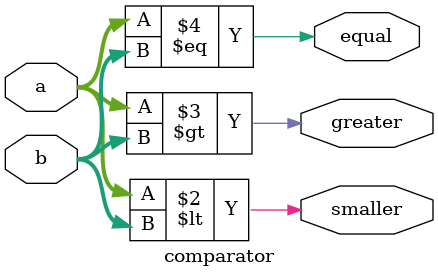
<source format=v>
`timescale 1ns/1ps
module comparator #(parameter N=4)(
	input [N-1:0]a,
	input [N-1 :0]b,
	output reg smaller,
	output reg greater,
	output reg equal
	);
	
	always @(*) begin
		smaller = (a < b);
		greater = (a > b);
		equal = (a == b);
	end
	
endmodule
</source>
